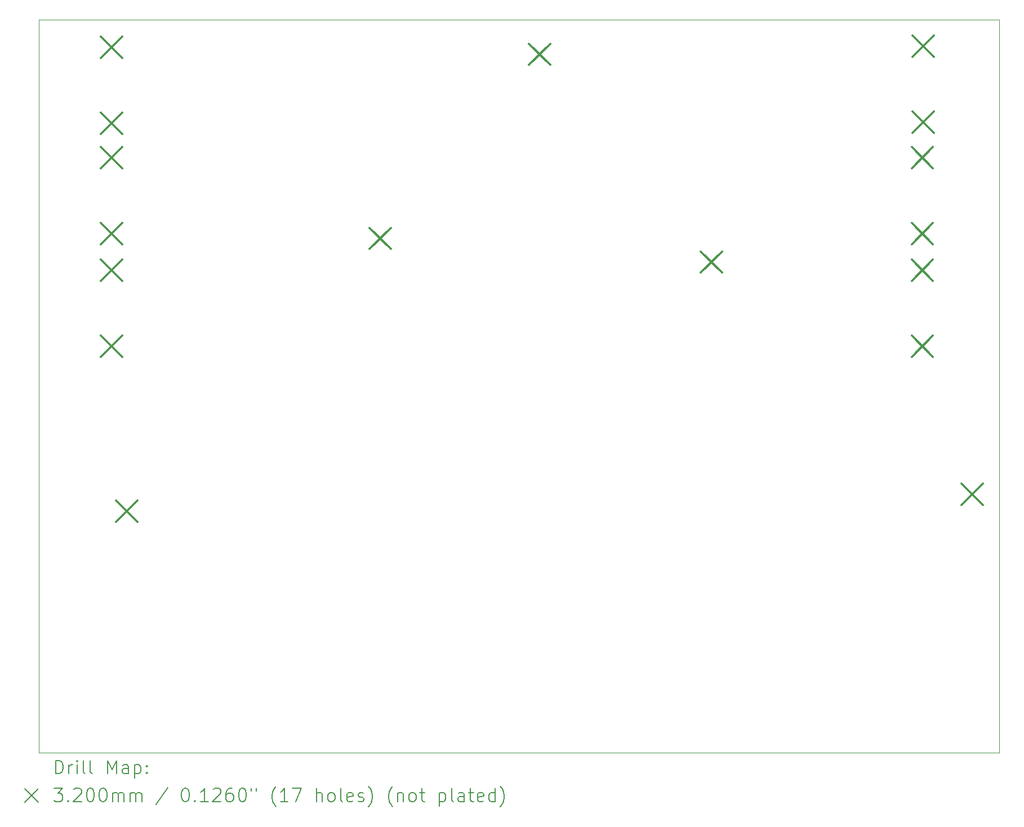
<source format=gbr>
%FSLAX45Y45*%
G04 Gerber Fmt 4.5, Leading zero omitted, Abs format (unit mm)*
G04 Created by KiCad (PCBNEW (6.0.4)) date 2022-05-09 00:45:22*
%MOMM*%
%LPD*%
G01*
G04 APERTURE LIST*
%TA.AperFunction,Profile*%
%ADD10C,0.100000*%
%TD*%
%ADD11C,0.200000*%
%ADD12C,0.320000*%
G04 APERTURE END LIST*
D10*
X6400800Y-5194300D02*
X20840700Y-5194300D01*
X20840700Y-5194300D02*
X20840700Y-16217900D01*
X20840700Y-16217900D02*
X6400800Y-16217900D01*
X6400800Y-16217900D02*
X6400800Y-5194300D01*
D11*
D12*
X7335000Y-5451870D02*
X7655000Y-5771870D01*
X7655000Y-5451870D02*
X7335000Y-5771870D01*
X7335000Y-6594870D02*
X7655000Y-6914870D01*
X7655000Y-6594870D02*
X7335000Y-6914870D01*
X7335000Y-7107950D02*
X7655000Y-7427950D01*
X7655000Y-7107950D02*
X7335000Y-7427950D01*
X7335000Y-8250950D02*
X7655000Y-8570950D01*
X7655000Y-8250950D02*
X7335000Y-8570950D01*
X7335000Y-8804670D02*
X7655000Y-9124670D01*
X7655000Y-8804670D02*
X7335000Y-9124670D01*
X7335000Y-9947670D02*
X7655000Y-10267670D01*
X7655000Y-9947670D02*
X7335000Y-10267670D01*
X7561600Y-12425700D02*
X7881600Y-12745700D01*
X7881600Y-12425700D02*
X7561600Y-12745700D01*
X11371600Y-8323600D02*
X11691600Y-8643600D01*
X11691600Y-8323600D02*
X11371600Y-8643600D01*
X13771900Y-5555000D02*
X14091900Y-5875000D01*
X14091900Y-5555000D02*
X13771900Y-5875000D01*
X16350000Y-8679200D02*
X16670000Y-8999200D01*
X16670000Y-8679200D02*
X16350000Y-8999200D01*
X19523000Y-7105930D02*
X19843000Y-7425930D01*
X19843000Y-7105930D02*
X19523000Y-7425930D01*
X19523000Y-8248930D02*
X19843000Y-8568930D01*
X19843000Y-8248930D02*
X19523000Y-8568930D01*
X19523000Y-8802650D02*
X19843000Y-9122650D01*
X19843000Y-8802650D02*
X19523000Y-9122650D01*
X19523000Y-9945650D02*
X19843000Y-10265650D01*
X19843000Y-9945650D02*
X19523000Y-10265650D01*
X19534600Y-5429530D02*
X19854600Y-5749530D01*
X19854600Y-5429530D02*
X19534600Y-5749530D01*
X19534600Y-6572530D02*
X19854600Y-6892530D01*
X19854600Y-6572530D02*
X19534600Y-6892530D01*
X20274300Y-12171700D02*
X20594300Y-12491700D01*
X20594300Y-12171700D02*
X20274300Y-12491700D01*
D11*
X6653419Y-16533376D02*
X6653419Y-16333376D01*
X6701038Y-16333376D01*
X6729609Y-16342900D01*
X6748657Y-16361948D01*
X6758181Y-16380995D01*
X6767705Y-16419090D01*
X6767705Y-16447662D01*
X6758181Y-16485757D01*
X6748657Y-16504805D01*
X6729609Y-16523852D01*
X6701038Y-16533376D01*
X6653419Y-16533376D01*
X6853419Y-16533376D02*
X6853419Y-16400043D01*
X6853419Y-16438138D02*
X6862943Y-16419090D01*
X6872467Y-16409567D01*
X6891514Y-16400043D01*
X6910562Y-16400043D01*
X6977228Y-16533376D02*
X6977228Y-16400043D01*
X6977228Y-16333376D02*
X6967705Y-16342900D01*
X6977228Y-16352424D01*
X6986752Y-16342900D01*
X6977228Y-16333376D01*
X6977228Y-16352424D01*
X7101038Y-16533376D02*
X7081990Y-16523852D01*
X7072467Y-16504805D01*
X7072467Y-16333376D01*
X7205800Y-16533376D02*
X7186752Y-16523852D01*
X7177228Y-16504805D01*
X7177228Y-16333376D01*
X7434371Y-16533376D02*
X7434371Y-16333376D01*
X7501038Y-16476233D01*
X7567705Y-16333376D01*
X7567705Y-16533376D01*
X7748657Y-16533376D02*
X7748657Y-16428614D01*
X7739133Y-16409567D01*
X7720086Y-16400043D01*
X7681990Y-16400043D01*
X7662943Y-16409567D01*
X7748657Y-16523852D02*
X7729609Y-16533376D01*
X7681990Y-16533376D01*
X7662943Y-16523852D01*
X7653419Y-16504805D01*
X7653419Y-16485757D01*
X7662943Y-16466709D01*
X7681990Y-16457186D01*
X7729609Y-16457186D01*
X7748657Y-16447662D01*
X7843895Y-16400043D02*
X7843895Y-16600043D01*
X7843895Y-16409567D02*
X7862943Y-16400043D01*
X7901038Y-16400043D01*
X7920086Y-16409567D01*
X7929609Y-16419090D01*
X7939133Y-16438138D01*
X7939133Y-16495281D01*
X7929609Y-16514328D01*
X7920086Y-16523852D01*
X7901038Y-16533376D01*
X7862943Y-16533376D01*
X7843895Y-16523852D01*
X8024848Y-16514328D02*
X8034371Y-16523852D01*
X8024848Y-16533376D01*
X8015324Y-16523852D01*
X8024848Y-16514328D01*
X8024848Y-16533376D01*
X8024848Y-16409567D02*
X8034371Y-16419090D01*
X8024848Y-16428614D01*
X8015324Y-16419090D01*
X8024848Y-16409567D01*
X8024848Y-16428614D01*
X6195800Y-16762900D02*
X6395800Y-16962900D01*
X6395800Y-16762900D02*
X6195800Y-16962900D01*
X6634371Y-16753376D02*
X6758181Y-16753376D01*
X6691514Y-16829567D01*
X6720086Y-16829567D01*
X6739133Y-16839090D01*
X6748657Y-16848614D01*
X6758181Y-16867662D01*
X6758181Y-16915281D01*
X6748657Y-16934329D01*
X6739133Y-16943852D01*
X6720086Y-16953376D01*
X6662943Y-16953376D01*
X6643895Y-16943852D01*
X6634371Y-16934329D01*
X6843895Y-16934329D02*
X6853419Y-16943852D01*
X6843895Y-16953376D01*
X6834371Y-16943852D01*
X6843895Y-16934329D01*
X6843895Y-16953376D01*
X6929609Y-16772424D02*
X6939133Y-16762900D01*
X6958181Y-16753376D01*
X7005800Y-16753376D01*
X7024848Y-16762900D01*
X7034371Y-16772424D01*
X7043895Y-16791471D01*
X7043895Y-16810519D01*
X7034371Y-16839090D01*
X6920086Y-16953376D01*
X7043895Y-16953376D01*
X7167705Y-16753376D02*
X7186752Y-16753376D01*
X7205800Y-16762900D01*
X7215324Y-16772424D01*
X7224848Y-16791471D01*
X7234371Y-16829567D01*
X7234371Y-16877186D01*
X7224848Y-16915281D01*
X7215324Y-16934329D01*
X7205800Y-16943852D01*
X7186752Y-16953376D01*
X7167705Y-16953376D01*
X7148657Y-16943852D01*
X7139133Y-16934329D01*
X7129609Y-16915281D01*
X7120086Y-16877186D01*
X7120086Y-16829567D01*
X7129609Y-16791471D01*
X7139133Y-16772424D01*
X7148657Y-16762900D01*
X7167705Y-16753376D01*
X7358181Y-16753376D02*
X7377228Y-16753376D01*
X7396276Y-16762900D01*
X7405800Y-16772424D01*
X7415324Y-16791471D01*
X7424848Y-16829567D01*
X7424848Y-16877186D01*
X7415324Y-16915281D01*
X7405800Y-16934329D01*
X7396276Y-16943852D01*
X7377228Y-16953376D01*
X7358181Y-16953376D01*
X7339133Y-16943852D01*
X7329609Y-16934329D01*
X7320086Y-16915281D01*
X7310562Y-16877186D01*
X7310562Y-16829567D01*
X7320086Y-16791471D01*
X7329609Y-16772424D01*
X7339133Y-16762900D01*
X7358181Y-16753376D01*
X7510562Y-16953376D02*
X7510562Y-16820043D01*
X7510562Y-16839090D02*
X7520086Y-16829567D01*
X7539133Y-16820043D01*
X7567705Y-16820043D01*
X7586752Y-16829567D01*
X7596276Y-16848614D01*
X7596276Y-16953376D01*
X7596276Y-16848614D02*
X7605800Y-16829567D01*
X7624848Y-16820043D01*
X7653419Y-16820043D01*
X7672467Y-16829567D01*
X7681990Y-16848614D01*
X7681990Y-16953376D01*
X7777228Y-16953376D02*
X7777228Y-16820043D01*
X7777228Y-16839090D02*
X7786752Y-16829567D01*
X7805800Y-16820043D01*
X7834371Y-16820043D01*
X7853419Y-16829567D01*
X7862943Y-16848614D01*
X7862943Y-16953376D01*
X7862943Y-16848614D02*
X7872467Y-16829567D01*
X7891514Y-16820043D01*
X7920086Y-16820043D01*
X7939133Y-16829567D01*
X7948657Y-16848614D01*
X7948657Y-16953376D01*
X8339133Y-16743852D02*
X8167705Y-17000995D01*
X8596276Y-16753376D02*
X8615324Y-16753376D01*
X8634371Y-16762900D01*
X8643895Y-16772424D01*
X8653419Y-16791471D01*
X8662943Y-16829567D01*
X8662943Y-16877186D01*
X8653419Y-16915281D01*
X8643895Y-16934329D01*
X8634371Y-16943852D01*
X8615324Y-16953376D01*
X8596276Y-16953376D01*
X8577229Y-16943852D01*
X8567705Y-16934329D01*
X8558181Y-16915281D01*
X8548657Y-16877186D01*
X8548657Y-16829567D01*
X8558181Y-16791471D01*
X8567705Y-16772424D01*
X8577229Y-16762900D01*
X8596276Y-16753376D01*
X8748657Y-16934329D02*
X8758181Y-16943852D01*
X8748657Y-16953376D01*
X8739133Y-16943852D01*
X8748657Y-16934329D01*
X8748657Y-16953376D01*
X8948657Y-16953376D02*
X8834371Y-16953376D01*
X8891514Y-16953376D02*
X8891514Y-16753376D01*
X8872467Y-16781948D01*
X8853419Y-16800995D01*
X8834371Y-16810519D01*
X9024848Y-16772424D02*
X9034371Y-16762900D01*
X9053419Y-16753376D01*
X9101038Y-16753376D01*
X9120086Y-16762900D01*
X9129610Y-16772424D01*
X9139133Y-16791471D01*
X9139133Y-16810519D01*
X9129610Y-16839090D01*
X9015324Y-16953376D01*
X9139133Y-16953376D01*
X9310562Y-16753376D02*
X9272467Y-16753376D01*
X9253419Y-16762900D01*
X9243895Y-16772424D01*
X9224848Y-16800995D01*
X9215324Y-16839090D01*
X9215324Y-16915281D01*
X9224848Y-16934329D01*
X9234371Y-16943852D01*
X9253419Y-16953376D01*
X9291514Y-16953376D01*
X9310562Y-16943852D01*
X9320086Y-16934329D01*
X9329610Y-16915281D01*
X9329610Y-16867662D01*
X9320086Y-16848614D01*
X9310562Y-16839090D01*
X9291514Y-16829567D01*
X9253419Y-16829567D01*
X9234371Y-16839090D01*
X9224848Y-16848614D01*
X9215324Y-16867662D01*
X9453419Y-16753376D02*
X9472467Y-16753376D01*
X9491514Y-16762900D01*
X9501038Y-16772424D01*
X9510562Y-16791471D01*
X9520086Y-16829567D01*
X9520086Y-16877186D01*
X9510562Y-16915281D01*
X9501038Y-16934329D01*
X9491514Y-16943852D01*
X9472467Y-16953376D01*
X9453419Y-16953376D01*
X9434371Y-16943852D01*
X9424848Y-16934329D01*
X9415324Y-16915281D01*
X9405800Y-16877186D01*
X9405800Y-16829567D01*
X9415324Y-16791471D01*
X9424848Y-16772424D01*
X9434371Y-16762900D01*
X9453419Y-16753376D01*
X9596276Y-16753376D02*
X9596276Y-16791471D01*
X9672467Y-16753376D02*
X9672467Y-16791471D01*
X9967705Y-17029567D02*
X9958181Y-17020043D01*
X9939133Y-16991471D01*
X9929610Y-16972424D01*
X9920086Y-16943852D01*
X9910562Y-16896233D01*
X9910562Y-16858138D01*
X9920086Y-16810519D01*
X9929610Y-16781948D01*
X9939133Y-16762900D01*
X9958181Y-16734328D01*
X9967705Y-16724805D01*
X10148657Y-16953376D02*
X10034371Y-16953376D01*
X10091514Y-16953376D02*
X10091514Y-16753376D01*
X10072467Y-16781948D01*
X10053419Y-16800995D01*
X10034371Y-16810519D01*
X10215324Y-16753376D02*
X10348657Y-16753376D01*
X10262943Y-16953376D01*
X10577229Y-16953376D02*
X10577229Y-16753376D01*
X10662943Y-16953376D02*
X10662943Y-16848614D01*
X10653419Y-16829567D01*
X10634371Y-16820043D01*
X10605800Y-16820043D01*
X10586752Y-16829567D01*
X10577229Y-16839090D01*
X10786752Y-16953376D02*
X10767705Y-16943852D01*
X10758181Y-16934329D01*
X10748657Y-16915281D01*
X10748657Y-16858138D01*
X10758181Y-16839090D01*
X10767705Y-16829567D01*
X10786752Y-16820043D01*
X10815324Y-16820043D01*
X10834371Y-16829567D01*
X10843895Y-16839090D01*
X10853419Y-16858138D01*
X10853419Y-16915281D01*
X10843895Y-16934329D01*
X10834371Y-16943852D01*
X10815324Y-16953376D01*
X10786752Y-16953376D01*
X10967705Y-16953376D02*
X10948657Y-16943852D01*
X10939133Y-16924805D01*
X10939133Y-16753376D01*
X11120086Y-16943852D02*
X11101038Y-16953376D01*
X11062943Y-16953376D01*
X11043895Y-16943852D01*
X11034371Y-16924805D01*
X11034371Y-16848614D01*
X11043895Y-16829567D01*
X11062943Y-16820043D01*
X11101038Y-16820043D01*
X11120086Y-16829567D01*
X11129610Y-16848614D01*
X11129610Y-16867662D01*
X11034371Y-16886710D01*
X11205800Y-16943852D02*
X11224848Y-16953376D01*
X11262943Y-16953376D01*
X11281990Y-16943852D01*
X11291514Y-16924805D01*
X11291514Y-16915281D01*
X11281990Y-16896233D01*
X11262943Y-16886710D01*
X11234371Y-16886710D01*
X11215324Y-16877186D01*
X11205800Y-16858138D01*
X11205800Y-16848614D01*
X11215324Y-16829567D01*
X11234371Y-16820043D01*
X11262943Y-16820043D01*
X11281990Y-16829567D01*
X11358181Y-17029567D02*
X11367705Y-17020043D01*
X11386752Y-16991471D01*
X11396276Y-16972424D01*
X11405800Y-16943852D01*
X11415324Y-16896233D01*
X11415324Y-16858138D01*
X11405800Y-16810519D01*
X11396276Y-16781948D01*
X11386752Y-16762900D01*
X11367705Y-16734328D01*
X11358181Y-16724805D01*
X11720086Y-17029567D02*
X11710562Y-17020043D01*
X11691514Y-16991471D01*
X11681990Y-16972424D01*
X11672467Y-16943852D01*
X11662943Y-16896233D01*
X11662943Y-16858138D01*
X11672467Y-16810519D01*
X11681990Y-16781948D01*
X11691514Y-16762900D01*
X11710562Y-16734328D01*
X11720086Y-16724805D01*
X11796276Y-16820043D02*
X11796276Y-16953376D01*
X11796276Y-16839090D02*
X11805800Y-16829567D01*
X11824848Y-16820043D01*
X11853419Y-16820043D01*
X11872467Y-16829567D01*
X11881990Y-16848614D01*
X11881990Y-16953376D01*
X12005800Y-16953376D02*
X11986752Y-16943852D01*
X11977228Y-16934329D01*
X11967705Y-16915281D01*
X11967705Y-16858138D01*
X11977228Y-16839090D01*
X11986752Y-16829567D01*
X12005800Y-16820043D01*
X12034371Y-16820043D01*
X12053419Y-16829567D01*
X12062943Y-16839090D01*
X12072467Y-16858138D01*
X12072467Y-16915281D01*
X12062943Y-16934329D01*
X12053419Y-16943852D01*
X12034371Y-16953376D01*
X12005800Y-16953376D01*
X12129609Y-16820043D02*
X12205800Y-16820043D01*
X12158181Y-16753376D02*
X12158181Y-16924805D01*
X12167705Y-16943852D01*
X12186752Y-16953376D01*
X12205800Y-16953376D01*
X12424848Y-16820043D02*
X12424848Y-17020043D01*
X12424848Y-16829567D02*
X12443895Y-16820043D01*
X12481990Y-16820043D01*
X12501038Y-16829567D01*
X12510562Y-16839090D01*
X12520086Y-16858138D01*
X12520086Y-16915281D01*
X12510562Y-16934329D01*
X12501038Y-16943852D01*
X12481990Y-16953376D01*
X12443895Y-16953376D01*
X12424848Y-16943852D01*
X12634371Y-16953376D02*
X12615324Y-16943852D01*
X12605800Y-16924805D01*
X12605800Y-16753376D01*
X12796276Y-16953376D02*
X12796276Y-16848614D01*
X12786752Y-16829567D01*
X12767705Y-16820043D01*
X12729609Y-16820043D01*
X12710562Y-16829567D01*
X12796276Y-16943852D02*
X12777228Y-16953376D01*
X12729609Y-16953376D01*
X12710562Y-16943852D01*
X12701038Y-16924805D01*
X12701038Y-16905757D01*
X12710562Y-16886710D01*
X12729609Y-16877186D01*
X12777228Y-16877186D01*
X12796276Y-16867662D01*
X12862943Y-16820043D02*
X12939133Y-16820043D01*
X12891514Y-16753376D02*
X12891514Y-16924805D01*
X12901038Y-16943852D01*
X12920086Y-16953376D01*
X12939133Y-16953376D01*
X13081990Y-16943852D02*
X13062943Y-16953376D01*
X13024848Y-16953376D01*
X13005800Y-16943852D01*
X12996276Y-16924805D01*
X12996276Y-16848614D01*
X13005800Y-16829567D01*
X13024848Y-16820043D01*
X13062943Y-16820043D01*
X13081990Y-16829567D01*
X13091514Y-16848614D01*
X13091514Y-16867662D01*
X12996276Y-16886710D01*
X13262943Y-16953376D02*
X13262943Y-16753376D01*
X13262943Y-16943852D02*
X13243895Y-16953376D01*
X13205800Y-16953376D01*
X13186752Y-16943852D01*
X13177228Y-16934329D01*
X13167705Y-16915281D01*
X13167705Y-16858138D01*
X13177228Y-16839090D01*
X13186752Y-16829567D01*
X13205800Y-16820043D01*
X13243895Y-16820043D01*
X13262943Y-16829567D01*
X13339133Y-17029567D02*
X13348657Y-17020043D01*
X13367705Y-16991471D01*
X13377228Y-16972424D01*
X13386752Y-16943852D01*
X13396276Y-16896233D01*
X13396276Y-16858138D01*
X13386752Y-16810519D01*
X13377228Y-16781948D01*
X13367705Y-16762900D01*
X13348657Y-16734328D01*
X13339133Y-16724805D01*
M02*

</source>
